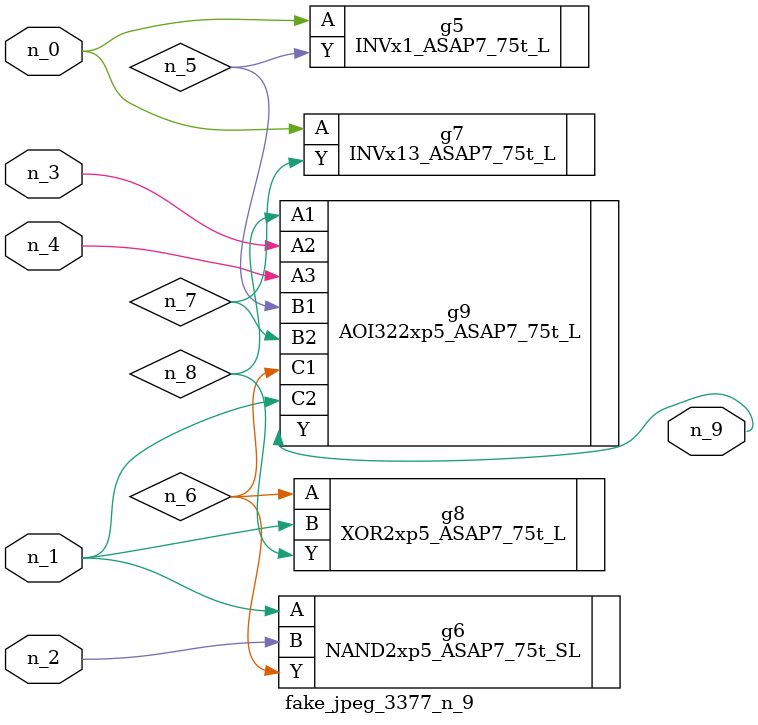
<source format=v>
module fake_jpeg_3377_n_9 (n_3, n_2, n_1, n_0, n_4, n_9);

input n_3;
input n_2;
input n_1;
input n_0;
input n_4;

output n_9;

wire n_8;
wire n_6;
wire n_5;
wire n_7;

INVx1_ASAP7_75t_L g5 ( 
.A(n_0),
.Y(n_5)
);

NAND2xp5_ASAP7_75t_SL g6 ( 
.A(n_1),
.B(n_2),
.Y(n_6)
);

INVx13_ASAP7_75t_L g7 ( 
.A(n_0),
.Y(n_7)
);

XOR2xp5_ASAP7_75t_L g8 ( 
.A(n_6),
.B(n_1),
.Y(n_8)
);

AOI322xp5_ASAP7_75t_L g9 ( 
.A1(n_8),
.A2(n_3),
.A3(n_4),
.B1(n_5),
.B2(n_7),
.C1(n_6),
.C2(n_1),
.Y(n_9)
);


endmodule
</source>
